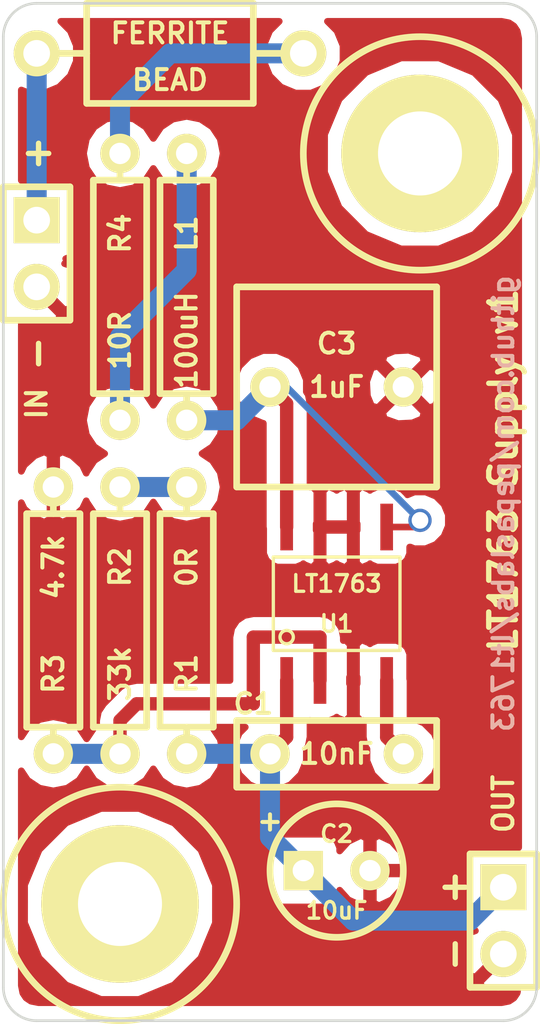
<source format=kicad_pcb>
(kicad_pcb (version 3) (host pcbnew "(22-Jun-2014 BZR 4027)-stable")

  (general
    (links 21)
    (no_connects 0)
    (area 135.1788 98.678999 164.958488 138.176001)
    (thickness 1.6)
    (drawings 16)
    (tracks 34)
    (zones 0)
    (modules 14)
    (nets 10)
  )

  (page A3)
  (layers
    (15 F.Cu signal)
    (0 B.Cu signal)
    (16 B.Adhes user)
    (17 F.Adhes user)
    (18 B.Paste user)
    (19 F.Paste user)
    (20 B.SilkS user)
    (21 F.SilkS user)
    (22 B.Mask user)
    (23 F.Mask user)
    (24 Dwgs.User user)
    (25 Cmts.User user)
    (26 Eco1.User user)
    (27 Eco2.User user)
    (28 Edge.Cuts user)
  )

  (setup
    (last_trace_width 0.254)
    (user_trace_width 0.508)
    (user_trace_width 0.762)
    (user_trace_width 1.016)
    (user_trace_width 1.27)
    (trace_clearance 0.254)
    (zone_clearance 0.508)
    (zone_45_only no)
    (trace_min 0.254)
    (segment_width 0.2)
    (edge_width 0.1)
    (via_size 0.889)
    (via_drill 0.635)
    (via_min_size 0.889)
    (via_min_drill 0.508)
    (uvia_size 0.508)
    (uvia_drill 0.127)
    (uvias_allowed no)
    (uvia_min_size 0.508)
    (uvia_min_drill 0.127)
    (pcb_text_width 0.3)
    (pcb_text_size 1.5 1.5)
    (mod_edge_width 0.15)
    (mod_text_size 1 1)
    (mod_text_width 0.15)
    (pad_size 1.5 1.5)
    (pad_drill 0.6)
    (pad_to_mask_clearance 0)
    (aux_axis_origin 0 0)
    (visible_elements FFFFFFBF)
    (pcbplotparams
      (layerselection 284196865)
      (usegerberextensions true)
      (excludeedgelayer true)
      (linewidth 0.150000)
      (plotframeref false)
      (viasonmask false)
      (mode 1)
      (useauxorigin false)
      (hpglpennumber 1)
      (hpglpenspeed 20)
      (hpglpendiameter 15)
      (hpglpenoverlay 2)
      (psnegative false)
      (psa4output false)
      (plotreference true)
      (plotvalue true)
      (plotothertext true)
      (plotinvisibletext false)
      (padsonsilk false)
      (subtractmaskfromsilk false)
      (outputformat 1)
      (mirror false)
      (drillshape 0)
      (scaleselection 1)
      (outputdirectory gerbers))
  )

  (net 0 "")
  (net 1 GND)
  (net 2 N-000001)
  (net 3 N-000002)
  (net 4 N-000003)
  (net 5 N-000004)
  (net 6 N-000005)
  (net 7 N-000007)
  (net 8 N-000008)
  (net 9 N-000009)

  (net_class Default "This is the default net class."
    (clearance 0.254)
    (trace_width 0.254)
    (via_dia 0.889)
    (via_drill 0.635)
    (uvia_dia 0.508)
    (uvia_drill 0.127)
    (add_net "")
    (add_net GND)
    (add_net N-000001)
    (add_net N-000002)
    (add_net N-000003)
    (add_net N-000004)
    (add_net N-000005)
    (add_net N-000007)
    (add_net N-000008)
    (add_net N-000009)
  )

  (module SIL-2 (layer F.Cu) (tedit 5920FFF1) (tstamp 5A90DBAB)
    (at 138.43 107.315 270)
    (descr "Connecteurs 1 pin")
    (tags "CONN DEV")
    (path /5A90A855)
    (fp_text reference P1 (at 1.27 2.54 270) (layer F.SilkS) hide
      (effects (font (size 0.762 0.762) (thickness 0.1524)))
    )
    (fp_text value CONN_2X1 (at 1.27 -2.54 270) (layer F.SilkS) hide
      (effects (font (size 0.762 0.762) (thickness 0.1524)))
    )
    (fp_line (start -1.27 -1.27) (end 3.81 -1.27) (layer F.SilkS) (width 0.254))
    (fp_line (start 3.81 -1.27) (end 3.81 1.27) (layer F.SilkS) (width 0.254))
    (fp_line (start 3.81 1.27) (end -1.27 1.27) (layer F.SilkS) (width 0.254))
    (fp_line (start -1.27 1.27) (end -1.27 -1.27) (layer F.SilkS) (width 0.254))
    (pad 1 thru_hole rect (at 0 0 270) (size 1.7526 1.7526) (drill 1.016)
      (layers *.Cu *.Mask F.SilkS)
      (net 7 N-000007)
    )
    (pad 2 thru_hole circle (at 2.54 0 270) (size 1.7526 1.7526) (drill 1.016)
      (layers *.Cu *.Mask F.SilkS)
      (net 1 GND)
    )
  )

  (module SIL-2 (layer F.Cu) (tedit 5920FFF1) (tstamp 5A90DBB5)
    (at 156.21 132.715 270)
    (descr "Connecteurs 1 pin")
    (tags "CONN DEV")
    (path /5A90A862)
    (fp_text reference P2 (at 1.27 2.54 270) (layer F.SilkS) hide
      (effects (font (size 0.762 0.762) (thickness 0.1524)))
    )
    (fp_text value CONN_2X1 (at 1.27 -2.54 270) (layer F.SilkS) hide
      (effects (font (size 0.762 0.762) (thickness 0.1524)))
    )
    (fp_line (start -1.27 -1.27) (end 3.81 -1.27) (layer F.SilkS) (width 0.254))
    (fp_line (start 3.81 -1.27) (end 3.81 1.27) (layer F.SilkS) (width 0.254))
    (fp_line (start 3.81 1.27) (end -1.27 1.27) (layer F.SilkS) (width 0.254))
    (fp_line (start -1.27 1.27) (end -1.27 -1.27) (layer F.SilkS) (width 0.254))
    (pad 1 thru_hole rect (at 0 0 270) (size 1.7526 1.7526) (drill 1.016)
      (layers *.Cu *.Mask F.SilkS)
      (net 2 N-000001)
    )
    (pad 2 thru_hole circle (at 2.54 0 270) (size 1.7526 1.7526) (drill 1.016)
      (layers *.Cu *.Mask F.SilkS)
      (net 1 GND)
    )
  )

  (module R_AXIAL_0W25_059A_PL (layer F.Cu) (tedit 53A245D9) (tstamp 5A90F142)
    (at 144.145 127.635 90)
    (descr "Resistor Axial 1/4W 0.4\"")
    (tags R)
    (path /5A90A827)
    (autoplace_cost180 10)
    (fp_text reference R1 (at 3.048 0 90) (layer F.SilkS)
      (effects (font (size 0.762 0.762) (thickness 0.1524)))
    )
    (fp_text value 0R (at 7.112 0 90) (layer F.SilkS)
      (effects (font (size 0.762 0.762) (thickness 0.1524)))
    )
    (fp_line (start 0 0) (end 1.016 0) (layer F.SilkS) (width 0.254))
    (fp_line (start 1.016 0) (end 1.016 -1.016) (layer F.SilkS) (width 0.254))
    (fp_line (start 1.016 -1.016) (end 9.144 -1.016) (layer F.SilkS) (width 0.254))
    (fp_line (start 9.144 -1.016) (end 9.144 1.016) (layer F.SilkS) (width 0.254))
    (fp_line (start 9.144 1.016) (end 1.016 1.016) (layer F.SilkS) (width 0.254))
    (fp_line (start 1.016 1.016) (end 1.016 0) (layer F.SilkS) (width 0.254))
    (fp_line (start 10.16 0) (end 9.144 0) (layer F.SilkS) (width 0.254))
    (pad 1 thru_hole oval (at 0 0 90) (size 1.4986 1.4986) (drill 0.8128)
      (layers *.Cu *.Mask F.SilkS)
      (net 2 N-000001)
    )
    (pad 2 thru_hole oval (at 10.16 0 90) (size 1.4986 1.4986) (drill 0.8128)
      (layers *.Cu *.Mask F.SilkS)
      (net 5 N-000004)
    )
    (model discret/resistor.wrl
      (at (xyz 0 0 0))
      (scale (xyz 0.4 0.4 0.4))
      (rotate (xyz 0 0 0))
    )
  )

  (module R_AXIAL_0W25_059A_PL (layer F.Cu) (tedit 53A245D9) (tstamp 5A90F134)
    (at 141.605 117.475 270)
    (descr "Resistor Axial 1/4W 0.4\"")
    (tags R)
    (path /5A90A83E)
    (autoplace_cost180 10)
    (fp_text reference R2 (at 3.048 0 270) (layer F.SilkS)
      (effects (font (size 0.762 0.762) (thickness 0.1524)))
    )
    (fp_text value 33k (at 7.112 0 270) (layer F.SilkS)
      (effects (font (size 0.762 0.762) (thickness 0.1524)))
    )
    (fp_line (start 0 0) (end 1.016 0) (layer F.SilkS) (width 0.254))
    (fp_line (start 1.016 0) (end 1.016 -1.016) (layer F.SilkS) (width 0.254))
    (fp_line (start 1.016 -1.016) (end 9.144 -1.016) (layer F.SilkS) (width 0.254))
    (fp_line (start 9.144 -1.016) (end 9.144 1.016) (layer F.SilkS) (width 0.254))
    (fp_line (start 9.144 1.016) (end 1.016 1.016) (layer F.SilkS) (width 0.254))
    (fp_line (start 1.016 1.016) (end 1.016 0) (layer F.SilkS) (width 0.254))
    (fp_line (start 10.16 0) (end 9.144 0) (layer F.SilkS) (width 0.254))
    (pad 1 thru_hole oval (at 0 0 270) (size 1.4986 1.4986) (drill 0.8128)
      (layers *.Cu *.Mask F.SilkS)
      (net 5 N-000004)
    )
    (pad 2 thru_hole oval (at 10.16 0 270) (size 1.4986 1.4986) (drill 0.8128)
      (layers *.Cu *.Mask F.SilkS)
      (net 4 N-000003)
    )
    (model discret/resistor.wrl
      (at (xyz 0 0 0))
      (scale (xyz 0.4 0.4 0.4))
      (rotate (xyz 0 0 0))
    )
  )

  (module R_AXIAL_0W25_059A_PL (layer F.Cu) (tedit 53A245D9) (tstamp 5A90DBDC)
    (at 144.145 104.775 270)
    (descr "Resistor Axial 1/4W 0.4\"")
    (tags R)
    (path /5A90A86A)
    (autoplace_cost180 10)
    (fp_text reference L1 (at 3.048 0 270) (layer F.SilkS)
      (effects (font (size 0.762 0.762) (thickness 0.1524)))
    )
    (fp_text value 100uH (at 7.112 0 270) (layer F.SilkS)
      (effects (font (size 0.762 0.762) (thickness 0.1524)))
    )
    (fp_line (start 0 0) (end 1.016 0) (layer F.SilkS) (width 0.254))
    (fp_line (start 1.016 0) (end 1.016 -1.016) (layer F.SilkS) (width 0.254))
    (fp_line (start 1.016 -1.016) (end 9.144 -1.016) (layer F.SilkS) (width 0.254))
    (fp_line (start 9.144 -1.016) (end 9.144 1.016) (layer F.SilkS) (width 0.254))
    (fp_line (start 9.144 1.016) (end 1.016 1.016) (layer F.SilkS) (width 0.254))
    (fp_line (start 1.016 1.016) (end 1.016 0) (layer F.SilkS) (width 0.254))
    (fp_line (start 10.16 0) (end 9.144 0) (layer F.SilkS) (width 0.254))
    (pad 1 thru_hole oval (at 0 0 270) (size 1.4986 1.4986) (drill 0.8128)
      (layers *.Cu *.Mask F.SilkS)
      (net 6 N-000005)
    )
    (pad 2 thru_hole oval (at 10.16 0 270) (size 1.4986 1.4986) (drill 0.8128)
      (layers *.Cu *.Mask F.SilkS)
      (net 8 N-000008)
    )
    (model discret/resistor.wrl
      (at (xyz 0 0 0))
      (scale (xyz 0.4 0.4 0.4))
      (rotate (xyz 0 0 0))
    )
  )

  (module R_AXIAL_0W25_059A_PL (layer F.Cu) (tedit 53A245D9) (tstamp 5A90DBE9)
    (at 139.065 127.635 90)
    (descr "Resistor Axial 1/4W 0.4\"")
    (tags R)
    (path /5A917885)
    (autoplace_cost180 10)
    (fp_text reference R3 (at 3.048 0 90) (layer F.SilkS)
      (effects (font (size 0.762 0.762) (thickness 0.1524)))
    )
    (fp_text value 4.7k (at 7.112 0 90) (layer F.SilkS)
      (effects (font (size 0.762 0.762) (thickness 0.1524)))
    )
    (fp_line (start 0 0) (end 1.016 0) (layer F.SilkS) (width 0.254))
    (fp_line (start 1.016 0) (end 1.016 -1.016) (layer F.SilkS) (width 0.254))
    (fp_line (start 1.016 -1.016) (end 9.144 -1.016) (layer F.SilkS) (width 0.254))
    (fp_line (start 9.144 -1.016) (end 9.144 1.016) (layer F.SilkS) (width 0.254))
    (fp_line (start 9.144 1.016) (end 1.016 1.016) (layer F.SilkS) (width 0.254))
    (fp_line (start 1.016 1.016) (end 1.016 0) (layer F.SilkS) (width 0.254))
    (fp_line (start 10.16 0) (end 9.144 0) (layer F.SilkS) (width 0.254))
    (pad 1 thru_hole oval (at 0 0 90) (size 1.4986 1.4986) (drill 0.8128)
      (layers *.Cu *.Mask F.SilkS)
      (net 4 N-000003)
    )
    (pad 2 thru_hole oval (at 10.16 0 90) (size 1.4986 1.4986) (drill 0.8128)
      (layers *.Cu *.Mask F.SilkS)
      (net 1 GND)
    )
    (model discret/resistor.wrl
      (at (xyz 0 0 0))
      (scale (xyz 0.4 0.4 0.4))
      (rotate (xyz 0 0 0))
    )
  )

  (module FERRITE_AXIAL_04_069A (layer F.Cu) (tedit 5A917E65) (tstamp 5A90DBF6)
    (at 143.51 100.965)
    (path /5A90A879)
    (fp_text reference FERRITE (at 0 -0.762) (layer F.SilkS)
      (effects (font (size 0.762 0.762) (thickness 0.1524)))
    )
    (fp_text value BEAD (at 0 1.016) (layer F.SilkS)
      (effects (font (size 0.762 0.762) (thickness 0.1524)))
    )
    (fp_line (start -3.175 1.905) (end 3.175 1.905) (layer F.SilkS) (width 0.254))
    (fp_line (start -3.175 -1.905) (end 3.175 -1.905) (layer F.SilkS) (width 0.254))
    (fp_line (start -3.175 0) (end -3.175 -1.905) (layer F.SilkS) (width 0.254))
    (fp_line (start 3.175 -1.905) (end 3.175 1.905) (layer F.SilkS) (width 0.254))
    (fp_line (start -3.175 1.905) (end -3.175 0) (layer F.SilkS) (width 0.254))
    (fp_line (start 5.08 0) (end 3.175 0) (layer F.SilkS) (width 0.254))
    (fp_line (start -5.08 0) (end -3.175 0) (layer F.SilkS) (width 0.254))
    (pad 1 thru_hole circle (at -5.08 0) (size 1.7526 1.7526) (drill 1.016)
      (layers *.Cu *.Mask F.SilkS)
      (net 7 N-000007)
    )
    (pad 2 thru_hole circle (at 5.08 0) (size 1.7526 1.7526) (drill 1.016)
      (layers *.Cu *.Mask F.SilkS)
      (net 9 N-000009)
    )
  )

  (module ELCAP_10_20_V_059A (layer F.Cu) (tedit 53A23F6E) (tstamp 5A90DBFE)
    (at 148.59 132.08)
    (descr "Electrolytic Capacitor, vertical, 0.1\" pins, 0.2\" body")
    (tags CP)
    (path /5A90A80E)
    (fp_text reference C2 (at 1.27 -1.397) (layer F.SilkS)
      (effects (font (size 0.635 0.635) (thickness 0.127)))
    )
    (fp_text value 10uF (at 1.27 1.524) (layer F.SilkS)
      (effects (font (size 0.635 0.635) (thickness 0.127)))
    )
    (fp_text user + (at -1.27 -1.905) (layer F.SilkS)
      (effects (font (size 0.762 0.762) (thickness 0.1524)))
    )
    (fp_circle (center 1.27 0) (end 3.81 0) (layer F.SilkS) (width 0.254))
    (pad 1 thru_hole rect (at 0 0) (size 1.4986 1.4986) (drill 0.8128)
      (layers *.Cu *.Mask F.SilkS)
      (net 2 N-000001)
    )
    (pad 2 thru_hole oval (at 2.54 0) (size 1.4986 1.4986) (drill 0.8128)
      (layers *.Cu *.Mask F.SilkS)
      (net 1 GND)
    )
    (model discret/c_vert_c2v10.wrl
      (at (xyz 0 0 0))
      (scale (xyz 1 1 1))
      (rotate (xyz 0 0 0))
    )
  )

  (module BOXCAP_02_03_03_059A (layer F.Cu) (tedit 5A917DDE) (tstamp 5A90DC09)
    (at 149.86 113.665)
    (descr "Film Capacitor, 0.2\" pin spacing")
    (tags C)
    (path /5A90A806)
    (fp_text reference C3 (at 0 -1.651) (layer F.SilkS)
      (effects (font (size 0.762 0.762) (thickness 0.1524)))
    )
    (fp_text value 1uF (at 0 0) (layer F.SilkS)
      (effects (font (size 0.762 0.762) (thickness 0.1524)))
    )
    (fp_line (start -3.81 -3.81) (end -3.81 3.81) (layer F.SilkS) (width 0.254))
    (fp_line (start 3.81 -3.81) (end 3.81 3.81) (layer F.SilkS) (width 0.254))
    (fp_line (start 3.81 3.81) (end -3.81 3.81) (layer F.SilkS) (width 0.254))
    (fp_line (start -3.81 -3.81) (end 3.81 -3.81) (layer F.SilkS) (width 0.254))
    (pad 1 thru_hole circle (at -2.54 0) (size 1.4986 1.4986) (drill 0.8128)
      (layers *.Cu *.Mask F.SilkS)
      (net 8 N-000008)
    )
    (pad 2 thru_hole circle (at 2.54 0) (size 1.4986 1.4986) (drill 0.8128)
      (layers *.Cu *.Mask F.SilkS)
      (net 1 GND)
    )
    (model discret/capa_2pas_5x5mm.wrl
      (at (xyz 0 0 0))
      (scale (xyz 1 1 1))
      (rotate (xyz 0 0 0))
    )
  )

  (module BOXCAP_01_03_02_059A (layer F.Cu) (tedit 5A917E81) (tstamp 5A90DC14)
    (at 149.86 127.635)
    (descr "Film Capacitor, 0.2\" pin spacing")
    (tags C)
    (path /5A90A7EF)
    (fp_text reference C1 (at -3.175 -1.905) (layer F.SilkS)
      (effects (font (size 0.762 0.762) (thickness 0.1524)))
    )
    (fp_text value 10nF (at 0 0) (layer F.SilkS)
      (effects (font (size 0.762 0.762) (thickness 0.1524)))
    )
    (fp_line (start 3.81 -1.27) (end 3.81 1.27) (layer F.SilkS) (width 0.254))
    (fp_line (start -3.81 -1.27) (end -3.81 1.27) (layer F.SilkS) (width 0.254))
    (fp_line (start 3.81 1.27) (end -3.81 1.27) (layer F.SilkS) (width 0.254))
    (fp_line (start -3.81 -1.27) (end 3.81 -1.27) (layer F.SilkS) (width 0.254))
    (pad 1 thru_hole circle (at -2.54 0) (size 1.4986 1.4986) (drill 0.8128)
      (layers *.Cu *.Mask F.SilkS)
      (net 2 N-000001)
    )
    (pad 2 thru_hole circle (at 2.54 0) (size 1.4986 1.4986) (drill 0.8128)
      (layers *.Cu *.Mask F.SilkS)
      (net 3 N-000002)
    )
    (model discret/capa_2pas_5x5mm.wrl
      (at (xyz 0 0 0))
      (scale (xyz 1 1 1))
      (rotate (xyz 0 0 0))
    )
  )

  (module SO-8 (layer F.Cu) (tedit 53C4772F) (tstamp 5A90DBEA)
    (at 149.86 121.92)
    (descr SO-8)
    (path /5A90DAF5)
    (attr smd)
    (fp_text reference U1 (at 0 0.762) (layer F.SilkS)
      (effects (font (size 0.635 0.635) (thickness 0.127)))
    )
    (fp_text value LT1763 (at 0 -0.762) (layer F.SilkS)
      (effects (font (size 0.635 0.635) (thickness 0.127)))
    )
    (fp_circle (center -1.905 1.27) (end -2.159 1.27) (layer F.SilkS) (width 0.127))
    (fp_line (start 2.413 -1.778) (end 2.413 1.778) (layer F.SilkS) (width 0.127))
    (fp_line (start -2.413 -1.778) (end -2.413 1.778) (layer F.SilkS) (width 0.127))
    (fp_line (start -2.413 1.778) (end 2.413 1.778) (layer F.SilkS) (width 0.127))
    (fp_line (start -2.413 -1.778) (end 2.413 -1.778) (layer F.SilkS) (width 0.127))
    (pad 1 smd rect (at -1.905 2.921) (size 0.4826 1.778)
      (layers F.Cu F.Paste F.Mask)
      (net 2 N-000001)
    )
    (pad 2 smd rect (at -0.635 2.921) (size 0.4826 1.778)
      (layers F.Cu F.Paste F.Mask)
      (net 4 N-000003)
    )
    (pad 3 smd rect (at 0.635 2.921) (size 0.4826 1.778)
      (layers F.Cu F.Paste F.Mask)
      (net 1 GND)
    )
    (pad 4 smd rect (at 1.905 2.921) (size 0.4826 1.778)
      (layers F.Cu F.Paste F.Mask)
      (net 3 N-000002)
    )
    (pad 5 smd rect (at 1.905 -2.921) (size 0.4826 1.778)
      (layers F.Cu F.Paste F.Mask)
      (net 8 N-000008)
    )
    (pad 6 smd rect (at 0.635 -2.921) (size 0.4826 1.778)
      (layers F.Cu F.Paste F.Mask)
      (net 1 GND)
    )
    (pad 7 smd rect (at -0.635 -2.921) (size 0.4826 1.778)
      (layers F.Cu F.Paste F.Mask)
      (net 1 GND)
    )
    (pad 8 smd rect (at -1.905 -2.921) (size 0.4826 1.778)
      (layers F.Cu F.Paste F.Mask)
      (net 8 N-000008)
    )
    (model smd/smd_dil/so-8.wrl
      (at (xyz 0 0 0))
      (scale (xyz 1 1 1))
      (rotate (xyz 0 0 0))
    )
  )

  (module hole_M3 (layer F.Cu) (tedit 5929070A) (tstamp 5A90E4EC)
    (at 153.035 104.775)
    (descr "M3 mounting hole")
    (path 1pin)
    (fp_text reference H*** (at 0 -3.048) (layer F.SilkS) hide
      (effects (font (size 1.016 1.016) (thickness 0.254)))
    )
    (fp_text value Val** (at 0 2.794) (layer F.SilkS) hide
      (effects (font (size 1.016 1.016) (thickness 0.254)))
    )
    (fp_circle (center 0 0) (end 4.445 0) (layer F.SilkS) (width 0.254))
    (pad 1 thru_hole circle (at 0 0) (size 6 6) (drill 3.2)
      (layers *.Cu *.Mask F.SilkS)
    )
  )

  (module hole_M3 (layer F.Cu) (tedit 5929070A) (tstamp 5A90E4F7)
    (at 141.605 133.35)
    (descr "M3 mounting hole")
    (path 1pin)
    (fp_text reference H*** (at 0 -3.048) (layer F.SilkS) hide
      (effects (font (size 1.016 1.016) (thickness 0.254)))
    )
    (fp_text value Val** (at 0 2.794) (layer F.SilkS) hide
      (effects (font (size 1.016 1.016) (thickness 0.254)))
    )
    (fp_circle (center 0 0) (end 4.445 0) (layer F.SilkS) (width 0.254))
    (pad 1 thru_hole circle (at 0 0) (size 6 6) (drill 3.2)
      (layers *.Cu *.Mask F.SilkS)
    )
  )

  (module R_AXIAL_0W25_059A_PL (layer F.Cu) (tedit 53A245D9) (tstamp 5A917964)
    (at 141.605 104.775 270)
    (descr "Resistor Axial 1/4W 0.4\"")
    (tags R)
    (path /5A90A892)
    (autoplace_cost180 10)
    (fp_text reference R4 (at 3.048 0 270) (layer F.SilkS)
      (effects (font (size 0.762 0.762) (thickness 0.1524)))
    )
    (fp_text value 10R (at 7.112 0 270) (layer F.SilkS)
      (effects (font (size 0.762 0.762) (thickness 0.1524)))
    )
    (fp_line (start 0 0) (end 1.016 0) (layer F.SilkS) (width 0.254))
    (fp_line (start 1.016 0) (end 1.016 -1.016) (layer F.SilkS) (width 0.254))
    (fp_line (start 1.016 -1.016) (end 9.144 -1.016) (layer F.SilkS) (width 0.254))
    (fp_line (start 9.144 -1.016) (end 9.144 1.016) (layer F.SilkS) (width 0.254))
    (fp_line (start 9.144 1.016) (end 1.016 1.016) (layer F.SilkS) (width 0.254))
    (fp_line (start 1.016 1.016) (end 1.016 0) (layer F.SilkS) (width 0.254))
    (fp_line (start 10.16 0) (end 9.144 0) (layer F.SilkS) (width 0.254))
    (pad 1 thru_hole oval (at 0 0 270) (size 1.4986 1.4986) (drill 0.8128)
      (layers *.Cu *.Mask F.SilkS)
      (net 9 N-000009)
    )
    (pad 2 thru_hole oval (at 10.16 0 270) (size 1.4986 1.4986) (drill 0.8128)
      (layers *.Cu *.Mask F.SilkS)
      (net 6 N-000005)
    )
    (model discret/resistor.wrl
      (at (xyz 0 0 0))
      (scale (xyz 0.4 0.4 0.4))
      (rotate (xyz 0 0 0))
    )
  )

  (gr_text github.com/pepaslabs/lt1763 (at 156.21 118.11 90) (layer B.SilkS)
    (effects (font (size 0.762 0.762) (thickness 0.1524)) (justify mirror))
  )
  (gr_text "LT1763 Supply v1" (at 156.21 116.84 90) (layer F.SilkS)
    (effects (font (size 1.016 1.016) (thickness 0.2032)))
  )
  (gr_text IN (at 138.43 114.3 90) (layer F.SilkS)
    (effects (font (size 0.762 0.762) (thickness 0.1524)))
  )
  (gr_text - (at 138.43 112.395 90) (layer F.SilkS)
    (effects (font (size 1.016 1.016) (thickness 0.2032)))
  )
  (gr_text + (at 138.43 104.775 90) (layer F.SilkS)
    (effects (font (size 1.016 1.016) (thickness 0.2032)))
  )
  (gr_text + (at 154.305 132.715 90) (layer F.SilkS)
    (effects (font (size 1.016 1.016) (thickness 0.2032)))
  )
  (gr_text - (at 154.305 135.255 90) (layer F.SilkS)
    (effects (font (size 1.016 1.016) (thickness 0.2032)))
  )
  (gr_text OUT (at 156.21 129.54 90) (layer F.SilkS)
    (effects (font (size 0.762 0.762) (thickness 0.1524)))
  )
  (gr_line (start 137.16 100.33) (end 137.16 136.525) (angle 90) (layer Edge.Cuts) (width 0.1))
  (gr_line (start 157.48 136.525) (end 157.48 100.33) (angle 90) (layer Edge.Cuts) (width 0.1))
  (gr_line (start 138.43 137.795) (end 156.21 137.795) (angle 90) (layer Edge.Cuts) (width 0.1))
  (gr_line (start 138.43 99.06) (end 156.21 99.06) (angle 90) (layer Edge.Cuts) (width 0.1))
  (gr_arc (start 138.43 100.33) (end 137.16 100.33) (angle 90) (layer Edge.Cuts) (width 0.1))
  (gr_arc (start 156.21 100.33) (end 156.21 99.06) (angle 90) (layer Edge.Cuts) (width 0.1))
  (gr_arc (start 138.43 136.525) (end 138.43 137.795) (angle 90) (layer Edge.Cuts) (width 0.1))
  (gr_arc (start 156.21 136.525) (end 157.48 136.525) (angle 90) (layer Edge.Cuts) (width 0.1))

  (segment (start 148.59 132.08) (end 150.495 133.985) (width 0.762) (layer B.Cu) (net 2))
  (segment (start 154.94 133.985) (end 156.21 132.715) (width 0.762) (layer B.Cu) (net 2) (tstamp 5A918149))
  (segment (start 150.495 133.985) (end 154.94 133.985) (width 0.762) (layer B.Cu) (net 2) (tstamp 5A918145))
  (segment (start 147.955 124.841) (end 147.955 127) (width 0.508) (layer F.Cu) (net 2))
  (segment (start 147.955 127) (end 147.32 127.635) (width 0.508) (layer F.Cu) (net 2) (tstamp 5A917C7A))
  (segment (start 147.32 127.635) (end 147.32 130.81) (width 0.762) (layer B.Cu) (net 2))
  (segment (start 147.32 130.81) (end 148.59 132.08) (width 0.762) (layer B.Cu) (net 2) (tstamp 5A917C4C))
  (segment (start 144.145 127.635) (end 147.32 127.635) (width 0.762) (layer B.Cu) (net 2))
  (segment (start 151.765 124.841) (end 151.765 127) (width 0.508) (layer F.Cu) (net 3))
  (segment (start 151.765 127) (end 152.4 127.635) (width 0.508) (layer F.Cu) (net 3) (tstamp 5A917C72))
  (segment (start 149.225 124.841) (end 149.225 123.19) (width 0.508) (layer F.Cu) (net 4))
  (segment (start 141.605 126.365) (end 141.605 127.635) (width 0.508) (layer F.Cu) (net 4) (tstamp 5A917C96))
  (segment (start 142.24 125.73) (end 141.605 126.365) (width 0.508) (layer F.Cu) (net 4) (tstamp 5A917C8F))
  (segment (start 146.685 125.73) (end 142.24 125.73) (width 0.508) (layer F.Cu) (net 4) (tstamp 5A917C8B))
  (segment (start 146.685 123.19) (end 146.685 125.73) (width 0.508) (layer F.Cu) (net 4) (tstamp 5A917C87))
  (segment (start 149.225 123.19) (end 146.685 123.19) (width 0.508) (layer F.Cu) (net 4) (tstamp 5A917C85))
  (segment (start 139.065 127.635) (end 141.605 127.635) (width 0.762) (layer B.Cu) (net 4))
  (segment (start 141.605 117.475) (end 144.145 117.475) (width 0.762) (layer B.Cu) (net 5))
  (segment (start 141.605 114.935) (end 141.605 111.76) (width 0.762) (layer B.Cu) (net 6))
  (segment (start 144.145 109.22) (end 144.145 104.775) (width 0.762) (layer B.Cu) (net 6) (tstamp 5A917C24))
  (segment (start 141.605 111.76) (end 144.145 109.22) (width 0.762) (layer B.Cu) (net 6) (tstamp 5A917C21))
  (segment (start 138.43 107.315) (end 138.43 100.965) (width 0.762) (layer B.Cu) (net 7))
  (segment (start 151.765 118.999) (end 152.781 118.999) (width 0.254) (layer F.Cu) (net 8))
  (segment (start 147.955 113.665) (end 147.32 113.665) (width 0.254) (layer B.Cu) (net 8) (tstamp 5A917D40))
  (segment (start 153.035 118.745) (end 147.955 113.665) (width 0.254) (layer B.Cu) (net 8) (tstamp 5A917D3F))
  (via (at 153.035 118.745) (size 0.889) (layers F.Cu B.Cu) (net 8))
  (segment (start 152.781 118.999) (end 153.035 118.745) (width 0.254) (layer F.Cu) (net 8) (tstamp 5A917D3A))
  (segment (start 147.955 114.3) (end 147.32 113.665) (width 0.508) (layer F.Cu) (net 8) (tstamp 5A917CB8))
  (segment (start 147.955 118.999) (end 147.955 114.3) (width 0.508) (layer F.Cu) (net 8))
  (segment (start 144.145 114.935) (end 146.05 114.935) (width 0.762) (layer B.Cu) (net 8))
  (segment (start 146.05 114.935) (end 147.32 113.665) (width 0.762) (layer B.Cu) (net 8) (tstamp 5A917C27))
  (segment (start 148.59 100.965) (end 143.51 100.965) (width 0.762) (layer B.Cu) (net 9))
  (segment (start 141.605 102.87) (end 141.605 104.775) (width 0.762) (layer B.Cu) (net 9) (tstamp 5A917C1D))
  (segment (start 143.51 100.965) (end 141.605 102.87) (width 0.762) (layer B.Cu) (net 9) (tstamp 5A917C1A))

  (zone (net 1) (net_name GND) (layer F.Cu) (tstamp 5A917BB4) (hatch edge 0.508)
    (connect_pads (clearance 0.508))
    (min_thickness 0.254)
    (fill (arc_segments 16) (thermal_gap 0.508) (thermal_bridge_width 0.508))
    (polygon
      (pts
        (xy 157.48 136.525) (xy 156.21 137.795) (xy 138.43 137.795) (xy 137.16 136.525) (xy 137.16 100.33)
        (xy 138.43 99.06) (xy 156.21 99.06) (xy 157.48 100.33)
      )
    )
    (filled_polygon
      (pts
        (xy 156.795 131.20359) (xy 156.670629 131.20359) (xy 156.670629 104.055126) (xy 156.118399 102.718628) (xy 155.09675 101.695195)
        (xy 153.761218 101.140633) (xy 152.315126 101.139371) (xy 150.978628 101.691601) (xy 149.955195 102.71325) (xy 149.400633 104.048782)
        (xy 149.399371 105.494874) (xy 149.951601 106.831372) (xy 150.97325 107.854805) (xy 152.308782 108.409367) (xy 153.754874 108.410629)
        (xy 155.091372 107.858399) (xy 156.114805 106.83675) (xy 156.669367 105.501218) (xy 156.670629 104.055126) (xy 156.670629 131.20359)
        (xy 155.207945 131.20359) (xy 154.974471 131.300059) (xy 154.795687 131.478532) (xy 154.698811 131.711836) (xy 154.69859 131.964455)
        (xy 154.69859 133.717055) (xy 154.795059 133.950529) (xy 154.973532 134.129313) (xy 155.105312 134.184033) (xy 155.032369 134.256977)
        (xy 155.146996 134.371604) (xy 154.892973 134.455104) (xy 154.687118 135.019997) (xy 154.713109 135.620668) (xy 154.892973 136.054896)
        (xy 155.146999 136.138396) (xy 156.030395 135.255) (xy 156.016252 135.240857) (xy 156.195857 135.061252) (xy 156.21 135.075395)
        (xy 156.224142 135.061252) (xy 156.403747 135.240857) (xy 156.389605 135.255) (xy 156.403747 135.269142) (xy 156.224142 135.448747)
        (xy 156.21 135.434605) (xy 156.030395 135.61421) (xy 155.326604 136.318001) (xy 155.410104 136.572027) (xy 155.974997 136.777882)
        (xy 156.575668 136.751891) (xy 156.750689 136.679394) (xy 156.738057 136.74319) (xy 156.613458 136.930017) (xy 156.428357 137.053465)
        (xy 156.142835 137.11) (xy 154.114687 137.11) (xy 154.114687 118.531216) (xy 153.950689 118.134311) (xy 153.796502 117.979854)
        (xy 153.796502 113.869662) (xy 153.76852 113.319665) (xy 153.611878 112.941499) (xy 153.37101 112.873595) (xy 153.191405 113.0532)
        (xy 153.191405 112.69399) (xy 153.123501 112.453122) (xy 152.604662 112.268498) (xy 152.054665 112.29648) (xy 151.676499 112.453122)
        (xy 151.608595 112.69399) (xy 152.4 113.485395) (xy 153.191405 112.69399) (xy 153.191405 113.0532) (xy 152.579605 113.665)
        (xy 153.37101 114.456405) (xy 153.611878 114.388501) (xy 153.796502 113.869662) (xy 153.796502 117.979854) (xy 153.647286 117.830378)
        (xy 153.250668 117.665687) (xy 153.191405 117.665635) (xy 153.191405 114.63601) (xy 152.4 113.844605) (xy 152.220395 114.02421)
        (xy 152.220395 113.665) (xy 151.42899 112.873595) (xy 151.188122 112.941499) (xy 151.003498 113.460338) (xy 151.03148 114.010335)
        (xy 151.188122 114.388501) (xy 151.42899 114.456405) (xy 152.220395 113.665) (xy 152.220395 114.02421) (xy 151.608595 114.63601)
        (xy 151.676499 114.876878) (xy 152.195338 115.061502) (xy 152.745335 115.03352) (xy 153.123501 114.876878) (xy 153.191405 114.63601)
        (xy 153.191405 117.665635) (xy 152.821216 117.665313) (xy 152.555069 117.775282) (xy 152.544941 117.750771) (xy 152.366468 117.571987)
        (xy 152.133164 117.475111) (xy 151.880545 117.47489) (xy 151.397945 117.47489) (xy 151.164471 117.571359) (xy 151.13 117.60577)
        (xy 151.095529 117.571359) (xy 150.862055 117.47489) (xy 150.7744 117.475) (xy 150.61565 117.63375) (xy 150.61565 118.872)
        (xy 150.642 118.872) (xy 150.642 119.126) (xy 150.61565 119.126) (xy 150.61565 120.36425) (xy 150.7744 120.523)
        (xy 150.862055 120.52311) (xy 151.095529 120.426641) (xy 151.129903 120.392326) (xy 151.163532 120.426013) (xy 151.396836 120.522889)
        (xy 151.649455 120.52311) (xy 152.132055 120.52311) (xy 152.365529 120.426641) (xy 152.544313 120.248168) (xy 152.641189 120.014864)
        (xy 152.64141 119.762245) (xy 152.64141 119.761) (xy 152.666858 119.761) (xy 152.819332 119.824313) (xy 153.248784 119.824687)
        (xy 153.645689 119.660689) (xy 153.949622 119.357286) (xy 154.114313 118.960668) (xy 154.114687 118.531216) (xy 154.114687 137.11)
        (xy 153.78454 137.11) (xy 153.78454 127.360854) (xy 153.574237 126.851881) (xy 153.185167 126.462132) (xy 152.676562 126.250941)
        (xy 152.654 126.250921) (xy 152.654 124.841) (xy 152.64141 124.777705) (xy 152.64141 123.826245) (xy 152.544941 123.592771)
        (xy 152.366468 123.413987) (xy 152.133164 123.317111) (xy 151.880545 123.31689) (xy 151.397945 123.31689) (xy 151.164471 123.413359)
        (xy 151.13 123.44777) (xy 151.095529 123.413359) (xy 150.862055 123.31689) (xy 150.7744 123.317) (xy 150.61565 123.47575)
        (xy 150.61565 124.714) (xy 150.642 124.714) (xy 150.642 124.968) (xy 150.61565 124.968) (xy 150.61565 126.20625)
        (xy 150.7744 126.365) (xy 150.862055 126.36511) (xy 150.876 126.359348) (xy 150.876 127) (xy 150.943671 127.340206)
        (xy 151.015862 127.448247) (xy 151.015862 127.448248) (xy 151.01546 127.909146) (xy 151.225763 128.418119) (xy 151.614833 128.807868)
        (xy 152.123438 129.019059) (xy 152.674146 129.01954) (xy 153.183119 128.809237) (xy 153.572868 128.420167) (xy 153.784059 127.911562)
        (xy 153.78454 127.360854) (xy 153.78454 137.11) (xy 152.471624 137.11) (xy 152.471624 132.421075) (xy 152.471624 131.738925)
        (xy 152.319856 131.372499) (xy 151.958535 130.971016) (xy 151.471077 130.738366) (xy 151.257 130.860278) (xy 151.257 131.953)
        (xy 152.348951 131.953) (xy 152.471624 131.738925) (xy 152.471624 132.421075) (xy 152.348951 132.207) (xy 151.257 132.207)
        (xy 151.257 133.299722) (xy 151.471077 133.421634) (xy 151.958535 133.188984) (xy 152.319856 132.787501) (xy 152.471624 132.421075)
        (xy 152.471624 137.11) (xy 151.003 137.11) (xy 151.003 133.299722) (xy 151.003 132.207) (xy 150.983 132.207)
        (xy 150.983 131.953) (xy 151.003 131.953) (xy 151.003 130.860278) (xy 150.788923 130.738366) (xy 150.301465 130.971016)
        (xy 149.97441 131.334424) (xy 149.97441 131.204945) (xy 149.877941 130.971471) (xy 149.699468 130.792687) (xy 149.466164 130.695811)
        (xy 149.213545 130.69559) (xy 147.714945 130.69559) (xy 147.481471 130.792059) (xy 147.302687 130.970532) (xy 147.205811 131.203836)
        (xy 147.20559 131.456455) (xy 147.20559 132.955055) (xy 147.302059 133.188529) (xy 147.480532 133.367313) (xy 147.713836 133.464189)
        (xy 147.966455 133.46441) (xy 149.465055 133.46441) (xy 149.698529 133.367941) (xy 149.877313 133.189468) (xy 149.974189 132.956164)
        (xy 149.974303 132.825457) (xy 150.301465 133.188984) (xy 150.788923 133.421634) (xy 151.003 133.299722) (xy 151.003 137.11)
        (xy 145.240629 137.11) (xy 145.240629 132.630126) (xy 144.688399 131.293628) (xy 143.66675 130.270195) (xy 142.331218 129.715633)
        (xy 140.885126 129.714371) (xy 139.548628 130.266601) (xy 138.525195 131.28825) (xy 137.970633 132.623782) (xy 137.969371 134.069874)
        (xy 138.521601 135.406372) (xy 139.54325 136.429805) (xy 140.878782 136.984367) (xy 142.324874 136.985629) (xy 143.661372 136.433399)
        (xy 144.684805 135.41175) (xy 145.239367 134.076218) (xy 145.240629 132.630126) (xy 145.240629 137.11) (xy 138.499392 137.11)
        (xy 138.211809 137.053057) (xy 138.024982 136.928458) (xy 137.901534 136.743357) (xy 137.845 136.457835) (xy 137.845 128.280058)
        (xy 138.086152 128.640968) (xy 138.535251 128.941046) (xy 139.065 129.04642) (xy 139.594749 128.941046) (xy 140.043848 128.640968)
        (xy 140.335 128.205227) (xy 140.626152 128.640968) (xy 141.075251 128.941046) (xy 141.605 129.04642) (xy 142.134749 128.941046)
        (xy 142.583848 128.640968) (xy 142.875 128.205227) (xy 143.166152 128.640968) (xy 143.615251 128.941046) (xy 144.145 129.04642)
        (xy 144.674749 128.941046) (xy 145.123848 128.640968) (xy 145.423926 128.191869) (xy 145.5293 127.66212) (xy 145.5293 127.60788)
        (xy 145.423926 127.078131) (xy 145.123848 126.629032) (xy 145.108834 126.619) (xy 146.378367 126.619) (xy 146.147132 126.849833)
        (xy 145.935941 127.358438) (xy 145.93546 127.909146) (xy 146.145763 128.418119) (xy 146.534833 128.807868) (xy 147.043438 129.019059)
        (xy 147.594146 129.01954) (xy 148.103119 128.809237) (xy 148.492868 128.420167) (xy 148.704059 127.911562) (xy 148.704464 127.447759)
        (xy 148.704464 127.447758) (xy 148.776329 127.340206) (xy 148.844 127) (xy 148.844 126.359559) (xy 148.856836 126.364889)
        (xy 149.109455 126.36511) (xy 149.592055 126.36511) (xy 149.825529 126.268641) (xy 149.86 126.234229) (xy 149.894471 126.268641)
        (xy 150.127945 126.36511) (xy 150.2156 126.365) (xy 150.37435 126.20625) (xy 150.37435 124.968) (xy 150.348 124.968)
        (xy 150.348 124.714) (xy 150.37435 124.714) (xy 150.37435 123.47575) (xy 150.37435 120.36425) (xy 150.37435 119.126)
        (xy 150.37435 118.872) (xy 150.37435 117.63375) (xy 150.2156 117.475) (xy 150.127945 117.47489) (xy 149.894471 117.571359)
        (xy 149.86 117.60577) (xy 149.825529 117.571359) (xy 149.592055 117.47489) (xy 149.5044 117.475) (xy 149.34565 117.63375)
        (xy 149.34565 118.872) (xy 149.77745 118.872) (xy 149.94255 118.872) (xy 150.37435 118.872) (xy 150.37435 119.126)
        (xy 149.94255 119.126) (xy 149.77745 119.126) (xy 149.34565 119.126) (xy 149.34565 120.36425) (xy 149.5044 120.523)
        (xy 149.592055 120.52311) (xy 149.825529 120.426641) (xy 149.86 120.392229) (xy 149.894471 120.426641) (xy 150.127945 120.52311)
        (xy 150.2156 120.523) (xy 150.37435 120.36425) (xy 150.37435 123.47575) (xy 150.2156 123.317) (xy 150.127945 123.31689)
        (xy 150.114 123.322651) (xy 150.114 123.19) (xy 150.046329 122.849794) (xy 149.853618 122.561382) (xy 149.565206 122.368671)
        (xy 149.225 122.301) (xy 149.10435 122.301) (xy 149.10435 120.36425) (xy 149.10435 119.126) (xy 149.078 119.126)
        (xy 149.078 118.872) (xy 149.10435 118.872) (xy 149.10435 117.63375) (xy 148.9456 117.475) (xy 148.857945 117.47489)
        (xy 148.844 117.480651) (xy 148.844 114.3) (xy 148.776329 113.959794) (xy 148.704137 113.851752) (xy 148.704137 113.851751)
        (xy 148.70454 113.390854) (xy 148.494237 112.881881) (xy 148.105167 112.492132) (xy 147.596562 112.280941) (xy 147.045854 112.28046)
        (xy 146.536881 112.490763) (xy 146.147132 112.879833) (xy 145.935941 113.388438) (xy 145.93546 113.939146) (xy 146.145763 114.448119)
        (xy 146.534833 114.837868) (xy 147.043438 115.049059) (xy 147.066 115.049078) (xy 147.066 118.999) (xy 147.07859 119.062294)
        (xy 147.07859 120.013755) (xy 147.175059 120.247229) (xy 147.353532 120.426013) (xy 147.586836 120.522889) (xy 147.839455 120.52311)
        (xy 148.322055 120.52311) (xy 148.555529 120.426641) (xy 148.59 120.392229) (xy 148.624471 120.426641) (xy 148.857945 120.52311)
        (xy 148.9456 120.523) (xy 149.10435 120.36425) (xy 149.10435 122.301) (xy 146.685 122.301) (xy 146.344794 122.368671)
        (xy 146.056382 122.561382) (xy 145.863671 122.849794) (xy 145.796 123.19) (xy 145.796 124.841) (xy 145.5293 124.841)
        (xy 145.5293 117.50212) (xy 145.5293 117.44788) (xy 145.423926 116.918131) (xy 145.123848 116.469032) (xy 144.728695 116.205)
        (xy 145.123848 115.940968) (xy 145.423926 115.491869) (xy 145.5293 114.96212) (xy 145.5293 114.90788) (xy 145.5293 104.80212)
        (xy 145.5293 104.74788) (xy 145.423926 104.218131) (xy 145.123848 103.769032) (xy 144.674749 103.468954) (xy 144.145 103.36358)
        (xy 143.615251 103.468954) (xy 143.166152 103.769032) (xy 142.875 104.204772) (xy 142.583848 103.769032) (xy 142.134749 103.468954)
        (xy 141.605 103.36358) (xy 141.075251 103.468954) (xy 140.626152 103.769032) (xy 140.326074 104.218131) (xy 140.2207 104.74788)
        (xy 140.2207 104.80212) (xy 140.326074 105.331869) (xy 140.626152 105.780968) (xy 141.075251 106.081046) (xy 141.605 106.18642)
        (xy 142.134749 106.081046) (xy 142.583848 105.780968) (xy 142.875 105.345227) (xy 143.166152 105.780968) (xy 143.615251 106.081046)
        (xy 144.145 106.18642) (xy 144.674749 106.081046) (xy 145.123848 105.780968) (xy 145.423926 105.331869) (xy 145.5293 104.80212)
        (xy 145.5293 114.90788) (xy 145.423926 114.378131) (xy 145.123848 113.929032) (xy 144.674749 113.628954) (xy 144.145 113.52358)
        (xy 143.615251 113.628954) (xy 143.166152 113.929032) (xy 142.875 114.364772) (xy 142.583848 113.929032) (xy 142.134749 113.628954)
        (xy 141.605 113.52358) (xy 141.075251 113.628954) (xy 140.626152 113.929032) (xy 140.326074 114.378131) (xy 140.2207 114.90788)
        (xy 140.2207 114.96212) (xy 140.326074 115.491869) (xy 140.626152 115.940968) (xy 141.021304 116.205) (xy 140.626152 116.469032)
        (xy 140.326074 116.918131) (xy 140.319475 116.951304) (xy 140.173984 116.646465) (xy 139.952882 116.44748) (xy 139.772501 116.285144)
        (xy 139.406075 116.133376) (xy 139.192 116.256049) (xy 139.192 117.348) (xy 139.212 117.348) (xy 139.212 117.602)
        (xy 139.192 117.602) (xy 139.192 118.693951) (xy 139.406075 118.816624) (xy 139.772501 118.664856) (xy 140.173984 118.303535)
        (xy 140.319475 117.998695) (xy 140.326074 118.031869) (xy 140.626152 118.480968) (xy 141.075251 118.781046) (xy 141.605 118.88642)
        (xy 142.134749 118.781046) (xy 142.583848 118.480968) (xy 142.875 118.045227) (xy 143.166152 118.480968) (xy 143.615251 118.781046)
        (xy 144.145 118.88642) (xy 144.674749 118.781046) (xy 145.123848 118.480968) (xy 145.423926 118.031869) (xy 145.5293 117.50212)
        (xy 145.5293 124.841) (xy 142.24 124.841) (xy 141.899794 124.908671) (xy 141.611382 125.101382) (xy 141.611379 125.101385)
        (xy 140.976382 125.736382) (xy 140.783671 126.024794) (xy 140.716 126.365) (xy 140.716 126.568997) (xy 140.626152 126.629032)
        (xy 140.335 127.064772) (xy 140.043848 126.629032) (xy 139.594749 126.328954) (xy 139.065 126.22358) (xy 138.535251 126.328954)
        (xy 138.086152 126.629032) (xy 137.845 126.989941) (xy 137.845 118.070929) (xy 137.956016 118.303535) (xy 138.357499 118.664856)
        (xy 138.723925 118.816624) (xy 138.938 118.693951) (xy 138.938 117.602) (xy 138.918 117.602) (xy 138.918 117.348)
        (xy 138.938 117.348) (xy 138.938 116.256049) (xy 138.723925 116.133376) (xy 138.357499 116.285144) (xy 137.956016 116.646465)
        (xy 137.845 116.87907) (xy 137.845 111.250338) (xy 138.194997 111.377882) (xy 138.795668 111.351891) (xy 139.229896 111.172027)
        (xy 139.313396 110.918001) (xy 138.43 110.034605) (xy 138.415857 110.048747) (xy 138.236252 109.869142) (xy 138.250395 109.855)
        (xy 138.236252 109.840857) (xy 138.415857 109.661252) (xy 138.43 109.675395) (xy 138.444142 109.661252) (xy 138.623747 109.840857)
        (xy 138.609605 109.855) (xy 139.493001 110.738396) (xy 139.747027 110.654896) (xy 139.952882 110.090003) (xy 139.926891 109.489332)
        (xy 139.747027 109.055104) (xy 139.493003 108.971604) (xy 139.607631 108.856977) (xy 139.534666 108.784012) (xy 139.665529 108.729941)
        (xy 139.844313 108.551468) (xy 139.941189 108.318164) (xy 139.94141 108.065545) (xy 139.94141 106.312945) (xy 139.844941 106.079471)
        (xy 139.666468 105.900687) (xy 139.433164 105.803811) (xy 139.180545 105.80359) (xy 137.845 105.80359) (xy 137.845 102.358498)
        (xy 138.128065 102.476037) (xy 138.729297 102.476562) (xy 139.284964 102.246965) (xy 139.710471 101.8222) (xy 139.941037 101.266935)
        (xy 139.941562 100.665703) (xy 139.711965 100.110036) (xy 139.347565 99.745) (xy 147.672962 99.745) (xy 147.309529 100.1078)
        (xy 147.078963 100.663065) (xy 147.078438 101.264297) (xy 147.308035 101.819964) (xy 147.7328 102.245471) (xy 148.288065 102.476037)
        (xy 148.889297 102.476562) (xy 149.444964 102.246965) (xy 149.870471 101.8222) (xy 150.101037 101.266935) (xy 150.101562 100.665703)
        (xy 149.871965 100.110036) (xy 149.507565 99.745) (xy 156.142835 99.745) (xy 156.428357 99.801534) (xy 156.613458 99.924982)
        (xy 156.738057 100.111809) (xy 156.795 100.399392) (xy 156.795 131.20359)
      )
    )
  )
)

</source>
